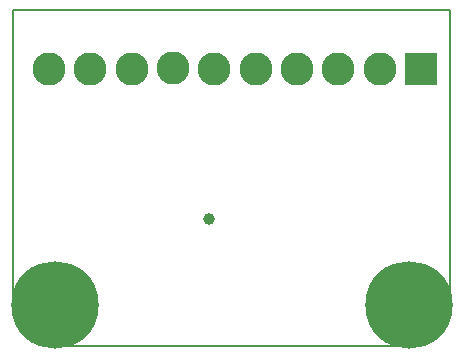
<source format=gbs>
G04 #@! TF.FileFunction,Soldermask,Bot*
%FSLAX46Y46*%
G04 Gerber Fmt 4.6, Leading zero omitted, Abs format (unit mm)*
G04 Created by KiCad (PCBNEW 4.0.2-stable) date 21/05/2016 00:23:07*
%MOMM*%
G01*
G04 APERTURE LIST*
%ADD10C,0.100000*%
%ADD11C,0.150000*%
%ADD12C,2.800000*%
%ADD13R,2.800000X2.800000*%
%ADD14C,7.400000*%
%ADD15C,1.000000*%
G04 APERTURE END LIST*
D10*
D11*
X0Y28500000D02*
X0Y3500000D01*
X37000000Y28500000D02*
X0Y28500000D01*
X37000000Y3500000D02*
X37000000Y28500000D01*
X3500000Y0D02*
X33500000Y0D01*
X33500000Y0D02*
G75*
G03X37000000Y3500000I0J3500000D01*
G01*
X0Y3500000D02*
G75*
G03X3500000Y0I3500000J0D01*
G01*
D12*
X27500000Y23500000D03*
X31000000Y23500000D03*
X24000000Y23500000D03*
X20500000Y23500000D03*
X17000000Y23500000D03*
X13500000Y23531729D03*
D13*
X34500000Y23500000D03*
D12*
X10000000Y23500000D03*
X6500000Y23500000D03*
X3000000Y23500000D03*
D14*
X3500000Y3500000D03*
X33500000Y3500000D03*
D15*
X16558800Y10770000D03*
M02*

</source>
